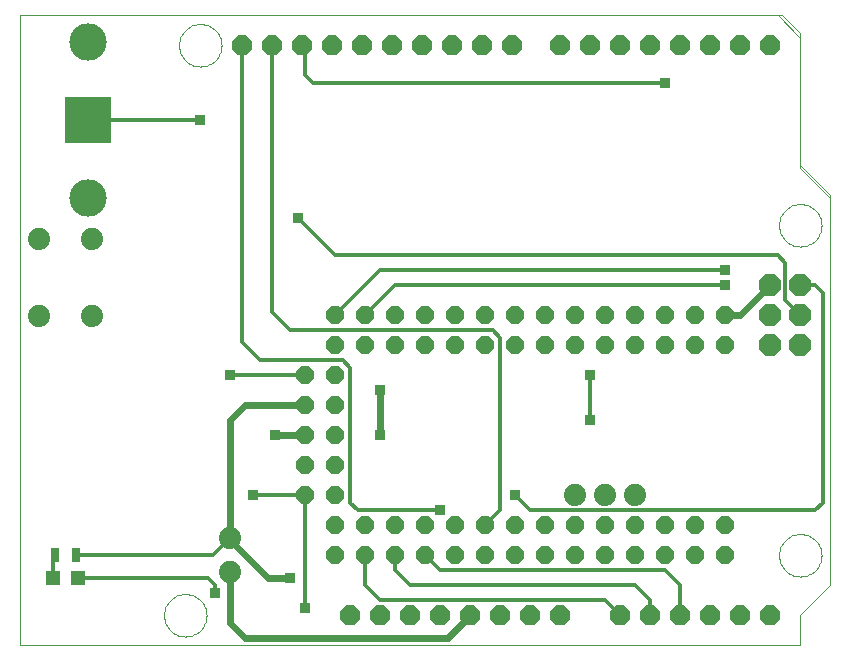
<source format=gtl>
G75*
G70*
%OFA0B0*%
%FSLAX24Y24*%
%IPPOS*%
%LPD*%
%AMOC8*
5,1,8,0,0,1.08239X$1,22.5*
%
%ADD10C,0.0000*%
%ADD11OC8,0.0740*%
%ADD12OC8,0.0660*%
%ADD13OC8,0.0600*%
%ADD14C,0.0740*%
%ADD15R,0.1560X0.1560*%
%ADD16C,0.1250*%
%ADD17R,0.0472X0.0472*%
%ADD18R,0.0315X0.0472*%
%ADD19R,0.0356X0.0356*%
%ADD20C,0.0240*%
%ADD21C,0.0120*%
D10*
X007831Y006663D02*
X007831Y027663D01*
X033231Y027663D01*
X033831Y027063D01*
X033831Y022563D01*
X034831Y021563D01*
X034831Y008663D01*
X033831Y007663D01*
X033831Y006663D01*
X007831Y006663D01*
X007831Y027663D01*
X033081Y027663D01*
X033831Y026913D01*
X033831Y022663D01*
X034831Y021663D01*
X034831Y008663D01*
X033831Y007663D01*
X033831Y006663D01*
X007831Y006663D01*
X012622Y007663D02*
X012624Y007716D01*
X012630Y007769D01*
X012640Y007821D01*
X012653Y007872D01*
X012671Y007922D01*
X012692Y007971D01*
X012717Y008018D01*
X012745Y008062D01*
X012777Y008105D01*
X012811Y008145D01*
X012849Y008183D01*
X012889Y008217D01*
X012932Y008249D01*
X012977Y008277D01*
X013023Y008302D01*
X013072Y008323D01*
X013122Y008341D01*
X013173Y008354D01*
X013225Y008364D01*
X013278Y008370D01*
X013331Y008372D01*
X013384Y008370D01*
X013437Y008364D01*
X013489Y008354D01*
X013540Y008341D01*
X013590Y008323D01*
X013639Y008302D01*
X013686Y008277D01*
X013730Y008249D01*
X013773Y008217D01*
X013813Y008183D01*
X013851Y008145D01*
X013885Y008105D01*
X013917Y008062D01*
X013945Y008017D01*
X013970Y007971D01*
X013991Y007922D01*
X014009Y007872D01*
X014022Y007821D01*
X014032Y007769D01*
X014038Y007716D01*
X014040Y007663D01*
X014038Y007610D01*
X014032Y007557D01*
X014022Y007505D01*
X014009Y007454D01*
X013991Y007404D01*
X013970Y007355D01*
X013945Y007308D01*
X013917Y007264D01*
X013885Y007221D01*
X013851Y007181D01*
X013813Y007143D01*
X013773Y007109D01*
X013730Y007077D01*
X013685Y007049D01*
X013639Y007024D01*
X013590Y007003D01*
X013540Y006985D01*
X013489Y006972D01*
X013437Y006962D01*
X013384Y006956D01*
X013331Y006954D01*
X013278Y006956D01*
X013225Y006962D01*
X013173Y006972D01*
X013122Y006985D01*
X013072Y007003D01*
X013023Y007024D01*
X012976Y007049D01*
X012932Y007077D01*
X012889Y007109D01*
X012849Y007143D01*
X012811Y007181D01*
X012777Y007221D01*
X012745Y007264D01*
X012717Y007309D01*
X012692Y007355D01*
X012671Y007404D01*
X012653Y007454D01*
X012640Y007505D01*
X012630Y007557D01*
X012624Y007610D01*
X012622Y007663D01*
X033122Y009663D02*
X033124Y009716D01*
X033130Y009769D01*
X033140Y009821D01*
X033153Y009872D01*
X033171Y009922D01*
X033192Y009971D01*
X033217Y010018D01*
X033245Y010062D01*
X033277Y010105D01*
X033311Y010145D01*
X033349Y010183D01*
X033389Y010217D01*
X033432Y010249D01*
X033477Y010277D01*
X033523Y010302D01*
X033572Y010323D01*
X033622Y010341D01*
X033673Y010354D01*
X033725Y010364D01*
X033778Y010370D01*
X033831Y010372D01*
X033884Y010370D01*
X033937Y010364D01*
X033989Y010354D01*
X034040Y010341D01*
X034090Y010323D01*
X034139Y010302D01*
X034186Y010277D01*
X034230Y010249D01*
X034273Y010217D01*
X034313Y010183D01*
X034351Y010145D01*
X034385Y010105D01*
X034417Y010062D01*
X034445Y010017D01*
X034470Y009971D01*
X034491Y009922D01*
X034509Y009872D01*
X034522Y009821D01*
X034532Y009769D01*
X034538Y009716D01*
X034540Y009663D01*
X034538Y009610D01*
X034532Y009557D01*
X034522Y009505D01*
X034509Y009454D01*
X034491Y009404D01*
X034470Y009355D01*
X034445Y009308D01*
X034417Y009264D01*
X034385Y009221D01*
X034351Y009181D01*
X034313Y009143D01*
X034273Y009109D01*
X034230Y009077D01*
X034185Y009049D01*
X034139Y009024D01*
X034090Y009003D01*
X034040Y008985D01*
X033989Y008972D01*
X033937Y008962D01*
X033884Y008956D01*
X033831Y008954D01*
X033778Y008956D01*
X033725Y008962D01*
X033673Y008972D01*
X033622Y008985D01*
X033572Y009003D01*
X033523Y009024D01*
X033476Y009049D01*
X033432Y009077D01*
X033389Y009109D01*
X033349Y009143D01*
X033311Y009181D01*
X033277Y009221D01*
X033245Y009264D01*
X033217Y009309D01*
X033192Y009355D01*
X033171Y009404D01*
X033153Y009454D01*
X033140Y009505D01*
X033130Y009557D01*
X033124Y009610D01*
X033122Y009663D01*
X033122Y020663D02*
X033124Y020716D01*
X033130Y020769D01*
X033140Y020821D01*
X033153Y020872D01*
X033171Y020922D01*
X033192Y020971D01*
X033217Y021018D01*
X033245Y021062D01*
X033277Y021105D01*
X033311Y021145D01*
X033349Y021183D01*
X033389Y021217D01*
X033432Y021249D01*
X033477Y021277D01*
X033523Y021302D01*
X033572Y021323D01*
X033622Y021341D01*
X033673Y021354D01*
X033725Y021364D01*
X033778Y021370D01*
X033831Y021372D01*
X033884Y021370D01*
X033937Y021364D01*
X033989Y021354D01*
X034040Y021341D01*
X034090Y021323D01*
X034139Y021302D01*
X034186Y021277D01*
X034230Y021249D01*
X034273Y021217D01*
X034313Y021183D01*
X034351Y021145D01*
X034385Y021105D01*
X034417Y021062D01*
X034445Y021017D01*
X034470Y020971D01*
X034491Y020922D01*
X034509Y020872D01*
X034522Y020821D01*
X034532Y020769D01*
X034538Y020716D01*
X034540Y020663D01*
X034538Y020610D01*
X034532Y020557D01*
X034522Y020505D01*
X034509Y020454D01*
X034491Y020404D01*
X034470Y020355D01*
X034445Y020308D01*
X034417Y020264D01*
X034385Y020221D01*
X034351Y020181D01*
X034313Y020143D01*
X034273Y020109D01*
X034230Y020077D01*
X034185Y020049D01*
X034139Y020024D01*
X034090Y020003D01*
X034040Y019985D01*
X033989Y019972D01*
X033937Y019962D01*
X033884Y019956D01*
X033831Y019954D01*
X033778Y019956D01*
X033725Y019962D01*
X033673Y019972D01*
X033622Y019985D01*
X033572Y020003D01*
X033523Y020024D01*
X033476Y020049D01*
X033432Y020077D01*
X033389Y020109D01*
X033349Y020143D01*
X033311Y020181D01*
X033277Y020221D01*
X033245Y020264D01*
X033217Y020309D01*
X033192Y020355D01*
X033171Y020404D01*
X033153Y020454D01*
X033140Y020505D01*
X033130Y020557D01*
X033124Y020610D01*
X033122Y020663D01*
X013122Y026663D02*
X013124Y026716D01*
X013130Y026769D01*
X013140Y026821D01*
X013153Y026872D01*
X013171Y026922D01*
X013192Y026971D01*
X013217Y027018D01*
X013245Y027062D01*
X013277Y027105D01*
X013311Y027145D01*
X013349Y027183D01*
X013389Y027217D01*
X013432Y027249D01*
X013477Y027277D01*
X013523Y027302D01*
X013572Y027323D01*
X013622Y027341D01*
X013673Y027354D01*
X013725Y027364D01*
X013778Y027370D01*
X013831Y027372D01*
X013884Y027370D01*
X013937Y027364D01*
X013989Y027354D01*
X014040Y027341D01*
X014090Y027323D01*
X014139Y027302D01*
X014186Y027277D01*
X014230Y027249D01*
X014273Y027217D01*
X014313Y027183D01*
X014351Y027145D01*
X014385Y027105D01*
X014417Y027062D01*
X014445Y027017D01*
X014470Y026971D01*
X014491Y026922D01*
X014509Y026872D01*
X014522Y026821D01*
X014532Y026769D01*
X014538Y026716D01*
X014540Y026663D01*
X014538Y026610D01*
X014532Y026557D01*
X014522Y026505D01*
X014509Y026454D01*
X014491Y026404D01*
X014470Y026355D01*
X014445Y026308D01*
X014417Y026264D01*
X014385Y026221D01*
X014351Y026181D01*
X014313Y026143D01*
X014273Y026109D01*
X014230Y026077D01*
X014185Y026049D01*
X014139Y026024D01*
X014090Y026003D01*
X014040Y025985D01*
X013989Y025972D01*
X013937Y025962D01*
X013884Y025956D01*
X013831Y025954D01*
X013778Y025956D01*
X013725Y025962D01*
X013673Y025972D01*
X013622Y025985D01*
X013572Y026003D01*
X013523Y026024D01*
X013476Y026049D01*
X013432Y026077D01*
X013389Y026109D01*
X013349Y026143D01*
X013311Y026181D01*
X013277Y026221D01*
X013245Y026264D01*
X013217Y026309D01*
X013192Y026355D01*
X013171Y026404D01*
X013153Y026454D01*
X013140Y026505D01*
X013130Y026557D01*
X013124Y026610D01*
X013122Y026663D01*
D11*
X032831Y018663D03*
X033831Y018663D03*
X033831Y017663D03*
X032831Y017663D03*
X032831Y016663D03*
X033831Y016663D03*
D12*
X032831Y007663D03*
X031831Y007663D03*
X030831Y007663D03*
X029831Y007663D03*
X028831Y007663D03*
X027831Y007663D03*
X025831Y007663D03*
X024831Y007663D03*
X023831Y007663D03*
X022831Y007663D03*
X021831Y007663D03*
X020831Y007663D03*
X019831Y007663D03*
X018831Y007663D03*
X019231Y026663D03*
X020231Y026663D03*
X021231Y026663D03*
X022231Y026663D03*
X023231Y026663D03*
X024231Y026663D03*
X025831Y026663D03*
X026831Y026663D03*
X027831Y026663D03*
X028831Y026663D03*
X029831Y026663D03*
X030831Y026663D03*
X031831Y026663D03*
X032831Y026663D03*
X018231Y026663D03*
X017231Y026663D03*
X016231Y026663D03*
X015231Y026663D03*
D13*
X018331Y017663D03*
X019331Y017663D03*
X020331Y017663D03*
X021331Y017663D03*
X022331Y017663D03*
X023331Y017663D03*
X024331Y017663D03*
X025331Y017663D03*
X026331Y017663D03*
X027331Y017663D03*
X028331Y017663D03*
X029331Y017663D03*
X030331Y017663D03*
X031331Y017663D03*
X031331Y016663D03*
X030331Y016663D03*
X029331Y016663D03*
X028331Y016663D03*
X027331Y016663D03*
X026331Y016663D03*
X025331Y016663D03*
X024331Y016663D03*
X023331Y016663D03*
X022331Y016663D03*
X021331Y016663D03*
X020331Y016663D03*
X019331Y016663D03*
X018331Y016663D03*
X018331Y015663D03*
X017331Y015663D03*
X017331Y014663D03*
X018331Y014663D03*
X018331Y013663D03*
X017331Y013663D03*
X017331Y012663D03*
X018331Y012663D03*
X018331Y011663D03*
X018331Y010663D03*
X019331Y010663D03*
X020331Y010663D03*
X021331Y010663D03*
X022331Y010663D03*
X023331Y010663D03*
X024331Y010663D03*
X025331Y010663D03*
X026331Y010663D03*
X027331Y010663D03*
X028331Y010663D03*
X029331Y010663D03*
X030331Y010663D03*
X031331Y010663D03*
X031331Y009663D03*
X030331Y009663D03*
X029331Y009663D03*
X028331Y009663D03*
X027331Y009663D03*
X026331Y009663D03*
X025331Y009663D03*
X024331Y009663D03*
X023331Y009663D03*
X022331Y009663D03*
X021331Y009663D03*
X020331Y009663D03*
X019331Y009663D03*
X018331Y009663D03*
X017331Y011663D03*
D14*
X014831Y010233D03*
X014831Y009093D03*
X010221Y017633D03*
X008441Y017633D03*
X008441Y020193D03*
X010221Y020193D03*
X026331Y011663D03*
X027331Y011663D03*
X028331Y011663D03*
D15*
X010081Y024163D03*
D16*
X010081Y021563D03*
X010081Y026763D03*
D17*
X009744Y008913D03*
X008918Y008913D03*
D18*
X008977Y009663D03*
X009685Y009663D03*
D19*
X014331Y008413D03*
X016831Y008913D03*
X017331Y007913D03*
X015581Y011663D03*
X016331Y013663D03*
X014831Y015663D03*
X019831Y015163D03*
X019831Y013663D03*
X021831Y011163D03*
X024331Y011663D03*
X026831Y014163D03*
X026831Y015663D03*
X031331Y018663D03*
X031331Y019163D03*
X029331Y025413D03*
X017081Y020913D03*
X013831Y024163D03*
D20*
X019831Y015163D02*
X019831Y013663D01*
X017331Y013663D02*
X016331Y013663D01*
X017331Y014663D02*
X015331Y014663D01*
X014831Y014163D01*
X014831Y010233D01*
X014831Y010163D01*
X016081Y008913D01*
X016831Y008913D01*
X014831Y009093D02*
X014831Y007413D01*
X015331Y006913D01*
X022081Y006913D01*
X022831Y007663D01*
X031331Y017663D02*
X031831Y017663D01*
X032831Y018663D01*
D21*
X033331Y018163D02*
X033331Y019413D01*
X033081Y019663D01*
X018331Y019663D01*
X017081Y020913D01*
X019831Y019163D02*
X018331Y017663D01*
X019331Y017663D02*
X020331Y018663D01*
X031331Y018663D01*
X031331Y019163D02*
X019831Y019163D01*
X016831Y017163D02*
X023581Y017163D01*
X023831Y016913D01*
X023831Y011163D01*
X023331Y010663D01*
X024331Y011663D02*
X024831Y011163D01*
X034331Y011163D01*
X034581Y011413D01*
X034581Y018413D01*
X034331Y018663D01*
X033831Y018663D01*
X033331Y018163D02*
X033831Y017663D01*
X026831Y015663D02*
X026831Y014163D01*
X021831Y011163D02*
X019081Y011163D01*
X018831Y011413D01*
X018831Y015913D01*
X018581Y016163D01*
X015831Y016163D01*
X015231Y016763D01*
X015231Y026663D01*
X016231Y026663D02*
X016231Y017763D01*
X016831Y017163D01*
X017331Y015663D02*
X014831Y015663D01*
X015581Y011663D02*
X017331Y011663D01*
X017331Y007913D01*
X019331Y008663D02*
X019331Y009663D01*
X020331Y009663D02*
X020331Y009163D01*
X020831Y008663D01*
X028331Y008663D01*
X028831Y008163D01*
X028831Y007663D01*
X029831Y007663D02*
X029831Y008663D01*
X029331Y009163D01*
X021831Y009163D01*
X021331Y009663D01*
X019831Y008163D02*
X019331Y008663D01*
X019831Y008163D02*
X027331Y008163D01*
X027831Y007663D01*
X014831Y010233D02*
X014261Y009663D01*
X009685Y009663D01*
X008977Y009663D02*
X008918Y009604D01*
X008918Y008913D01*
X009744Y008913D02*
X014081Y008913D01*
X014331Y008663D01*
X014331Y008413D01*
X013831Y024163D02*
X010081Y024163D01*
X017331Y025663D02*
X017331Y026563D01*
X017231Y026663D01*
X017331Y025663D02*
X017581Y025413D01*
X029331Y025413D01*
M02*

</source>
